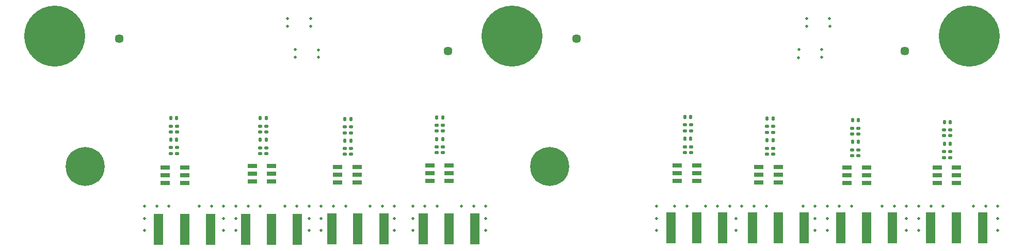
<source format=gbr>
%TF.GenerationSoftware,KiCad,Pcbnew,6.0.7-f9a2dced07~116~ubuntu22.04.1*%
%TF.CreationDate,2022-08-01T15:08:56-07:00*%
%TF.ProjectId,RFSoC_Frontend,5246536f-435f-4467-926f-6e74656e642e,rev?*%
%TF.SameCoordinates,Original*%
%TF.FileFunction,Soldermask,Top*%
%TF.FilePolarity,Negative*%
%FSLAX46Y46*%
G04 Gerber Fmt 4.6, Leading zero omitted, Abs format (unit mm)*
G04 Created by KiCad (PCBNEW 6.0.7-f9a2dced07~116~ubuntu22.04.1) date 2022-08-01 15:08:56*
%MOMM*%
%LPD*%
G01*
G04 APERTURE LIST*
G04 Aperture macros list*
%AMRoundRect*
0 Rectangle with rounded corners*
0 $1 Rounding radius*
0 $2 $3 $4 $5 $6 $7 $8 $9 X,Y pos of 4 corners*
0 Add a 4 corners polygon primitive as box body*
4,1,4,$2,$3,$4,$5,$6,$7,$8,$9,$2,$3,0*
0 Add four circle primitives for the rounded corners*
1,1,$1+$1,$2,$3*
1,1,$1+$1,$4,$5*
1,1,$1+$1,$6,$7*
1,1,$1+$1,$8,$9*
0 Add four rect primitives between the rounded corners*
20,1,$1+$1,$2,$3,$4,$5,0*
20,1,$1+$1,$4,$5,$6,$7,0*
20,1,$1+$1,$6,$7,$8,$9,0*
20,1,$1+$1,$8,$9,$2,$3,0*%
G04 Aperture macros list end*
%ADD10RoundRect,0.147500X0.172500X-0.147500X0.172500X0.147500X-0.172500X0.147500X-0.172500X-0.147500X0*%
%ADD11R,1.500000X5.080000*%
%ADD12RoundRect,0.147500X0.147500X0.172500X-0.147500X0.172500X-0.147500X-0.172500X0.147500X-0.172500X0*%
%ADD13RoundRect,0.147500X-0.147500X-0.172500X0.147500X-0.172500X0.147500X0.172500X-0.147500X0.172500X0*%
%ADD14R,1.650000X0.760000*%
%ADD15C,10.000000*%
%ADD16C,6.400000*%
%ADD17C,1.450000*%
%ADD18C,0.508000*%
G04 APERTURE END LIST*
D10*
%TO.C,C1*%
X231907684Y-99931752D03*
X231907684Y-98961752D03*
%TD*%
%TO.C,C2*%
X230891684Y-99931752D03*
X230891684Y-98961752D03*
%TD*%
%TO.C,C3*%
X216825684Y-99655752D03*
X216825684Y-98685752D03*
%TD*%
%TO.C,C4*%
X215809684Y-99655752D03*
X215809684Y-98685752D03*
%TD*%
%TO.C,C5*%
X189346284Y-99116352D03*
X189346284Y-98146352D03*
%TD*%
%TO.C,C6*%
X188330284Y-99116352D03*
X188330284Y-98146352D03*
%TD*%
%TO.C,C7*%
X202830284Y-99376352D03*
X202830284Y-98406352D03*
%TD*%
%TO.C,C8*%
X201814284Y-99376352D03*
X201814284Y-98406352D03*
%TD*%
%TO.C,C9*%
X133563984Y-99360552D03*
X133563984Y-98390552D03*
%TD*%
%TO.C,C10*%
X132547984Y-99360552D03*
X132547984Y-98390552D03*
%TD*%
%TO.C,C11*%
X105015184Y-99258952D03*
X105015184Y-98288952D03*
%TD*%
%TO.C,C12*%
X103999184Y-99258952D03*
X103999184Y-98288952D03*
%TD*%
%TO.C,C13*%
X119670184Y-99314952D03*
X119670184Y-98344952D03*
%TD*%
%TO.C,C14*%
X118654184Y-99314952D03*
X118654184Y-98344952D03*
%TD*%
%TO.C,C15*%
X148651584Y-99106552D03*
X148651584Y-98136552D03*
%TD*%
%TO.C,C16*%
X147635584Y-99106552D03*
X147635584Y-98136552D03*
%TD*%
D11*
%TO.C,J1*%
X232923684Y-111430052D03*
X228673684Y-111430052D03*
X237173684Y-111430052D03*
%TD*%
%TO.C,J2*%
X218159184Y-111430052D03*
X213909184Y-111430052D03*
X222409184Y-111430052D03*
%TD*%
%TO.C,J3*%
X190298784Y-111430052D03*
X186048784Y-111430052D03*
X194548784Y-111430052D03*
%TD*%
%TO.C,J4*%
X203655784Y-111430052D03*
X199405784Y-111430052D03*
X207905784Y-111430052D03*
%TD*%
%TO.C,J6*%
X134706984Y-111603552D03*
X138956984Y-111603552D03*
X130456984Y-111603552D03*
%TD*%
%TO.C,J7*%
X106272484Y-111755952D03*
X110522484Y-111755952D03*
X102022484Y-111755952D03*
%TD*%
%TO.C,J8*%
X120559184Y-111755952D03*
X124809184Y-111755952D03*
X116309184Y-111755952D03*
%TD*%
%TO.C,J5*%
X149667584Y-111603552D03*
X145417584Y-111603552D03*
X153917584Y-111603552D03*
%TD*%
D12*
%TO.C,R1*%
X231882684Y-94084752D03*
X230912684Y-94084752D03*
%TD*%
%TO.C,R2*%
X216804684Y-93808752D03*
X215834684Y-93808752D03*
%TD*%
%TO.C,R3*%
X189321284Y-93269352D03*
X188351284Y-93269352D03*
%TD*%
%TO.C,R4*%
X202809284Y-93529352D03*
X201839284Y-93529352D03*
%TD*%
D10*
%TO.C,R5*%
X231907684Y-96345752D03*
X231907684Y-95375752D03*
%TD*%
%TO.C,R6*%
X230891684Y-96345752D03*
X230891684Y-95375752D03*
%TD*%
%TO.C,R7*%
X216825684Y-96069752D03*
X216825684Y-95099752D03*
%TD*%
%TO.C,R8*%
X215809684Y-96069752D03*
X215809684Y-95099752D03*
%TD*%
%TO.C,R9*%
X189346284Y-95530352D03*
X189346284Y-94560352D03*
%TD*%
%TO.C,R10*%
X188330284Y-95530352D03*
X188330284Y-94560352D03*
%TD*%
%TO.C,R11*%
X202830284Y-95790352D03*
X202830284Y-94820352D03*
%TD*%
%TO.C,R12*%
X201814284Y-95790352D03*
X201814284Y-94820352D03*
%TD*%
D12*
%TO.C,R13*%
X231886684Y-97640752D03*
X230916684Y-97640752D03*
%TD*%
%TO.C,R14*%
X216800684Y-97364752D03*
X215830684Y-97364752D03*
%TD*%
%TO.C,R15*%
X189321284Y-96825352D03*
X188351284Y-96825352D03*
%TD*%
%TO.C,R16*%
X202805284Y-97085352D03*
X201835284Y-97085352D03*
%TD*%
D13*
%TO.C,R17*%
X132568984Y-97125552D03*
X133538984Y-97125552D03*
%TD*%
%TO.C,R18*%
X104024184Y-97023952D03*
X104994184Y-97023952D03*
%TD*%
%TO.C,R19*%
X118675184Y-97023952D03*
X119645184Y-97023952D03*
%TD*%
%TO.C,R20*%
X147656584Y-96871552D03*
X148626584Y-96871552D03*
%TD*%
D10*
%TO.C,R21*%
X133563984Y-95881352D03*
X133563984Y-94911352D03*
%TD*%
%TO.C,R22*%
X132547984Y-95881352D03*
X132547984Y-94911352D03*
%TD*%
%TO.C,R23*%
X105015184Y-95732952D03*
X105015184Y-94762952D03*
%TD*%
%TO.C,R24*%
X103999184Y-95732952D03*
X103999184Y-94762952D03*
%TD*%
%TO.C,R25*%
X119670184Y-95728952D03*
X119670184Y-94758952D03*
%TD*%
%TO.C,R26*%
X118654184Y-95728952D03*
X118654184Y-94758952D03*
%TD*%
%TO.C,R27*%
X148651584Y-95576552D03*
X148651584Y-94606552D03*
%TD*%
%TO.C,R28*%
X147635584Y-95576552D03*
X147635584Y-94606552D03*
%TD*%
D13*
%TO.C,R29*%
X132568984Y-93569552D03*
X133538984Y-93569552D03*
%TD*%
%TO.C,R30*%
X104020184Y-93467952D03*
X104990184Y-93467952D03*
%TD*%
%TO.C,R31*%
X118679184Y-93467952D03*
X119649184Y-93467952D03*
%TD*%
%TO.C,R32*%
X147656584Y-93315552D03*
X148626584Y-93315552D03*
%TD*%
D14*
%TO.C,U1*%
X229743684Y-104074052D03*
X229743684Y-102804052D03*
X229743684Y-101534052D03*
X232923684Y-101534052D03*
X232923684Y-102804052D03*
X232923684Y-104074052D03*
%TD*%
%TO.C,U2*%
X218159184Y-104074052D03*
X218159184Y-102804052D03*
X218159184Y-101534052D03*
X214979184Y-101534052D03*
X214979184Y-102804052D03*
X214979184Y-104074052D03*
%TD*%
%TO.C,U3*%
X187118777Y-103746853D03*
X187118777Y-102476853D03*
X187118777Y-101206853D03*
X190298777Y-101206853D03*
X190298777Y-102476853D03*
X190298777Y-103746853D03*
%TD*%
%TO.C,U4*%
X200475784Y-104006852D03*
X200475784Y-102736852D03*
X200475784Y-101466852D03*
X203655784Y-101466852D03*
X203655784Y-102736852D03*
X203655784Y-104006852D03*
%TD*%
%TO.C,U5*%
X131374584Y-104034352D03*
X131374584Y-102764352D03*
X131374584Y-101494352D03*
X134554584Y-101494352D03*
X134554584Y-102764352D03*
X134554584Y-104034352D03*
%TD*%
%TO.C,U6*%
X103092484Y-104110552D03*
X103092484Y-102840552D03*
X103092484Y-101570552D03*
X106272484Y-101570552D03*
X106272484Y-102840552D03*
X106272484Y-104110552D03*
%TD*%
%TO.C,U7*%
X117379184Y-103818452D03*
X117379184Y-102548452D03*
X117379184Y-101278452D03*
X120559184Y-101278452D03*
X120559184Y-102548452D03*
X120559184Y-103818452D03*
%TD*%
%TO.C,U8*%
X146487584Y-103780352D03*
X146487584Y-102510352D03*
X146487584Y-101240352D03*
X149667584Y-101240352D03*
X149667584Y-102510352D03*
X149667584Y-103780352D03*
%TD*%
D15*
%TO.C,e1*%
X160000000Y-80000000D03*
%TD*%
D16*
%TO.C,REF\u002A\u002A*%
X90004184Y-101430052D03*
%TD*%
%TO.C,REF\u002A\u002A*%
X166204184Y-101430052D03*
%TD*%
D15*
%TO.C,e*%
X235000000Y-80000000D03*
%TD*%
%TO.C,e2*%
X85000000Y-80000000D03*
%TD*%
D17*
%TO.C,J10*%
X149455026Y-82460052D03*
X95555026Y-80430052D03*
%TD*%
%TO.C,J9*%
X224454678Y-82460052D03*
X170554678Y-80430052D03*
%TD*%
D18*
X196699984Y-111904052D03*
X153699984Y-107904052D03*
X114699984Y-109904052D03*
X128699984Y-109904052D03*
X108699984Y-107904052D03*
X224699984Y-107904052D03*
X136699984Y-107904052D03*
X183699984Y-107904052D03*
X99699984Y-107904052D03*
X235699984Y-107904052D03*
X193699984Y-107904052D03*
X140699984Y-111904052D03*
X196699984Y-109904052D03*
X143699984Y-111904052D03*
X151699984Y-107904052D03*
X147699984Y-107904052D03*
X215699984Y-107904052D03*
X128699984Y-107904052D03*
X124699984Y-107904052D03*
X114699984Y-107904052D03*
X130699984Y-107904052D03*
X188699984Y-107904052D03*
X209699984Y-107904052D03*
X155699984Y-111904052D03*
X99699984Y-111904052D03*
X195699984Y-107904052D03*
X183699984Y-111904052D03*
X197699984Y-107904052D03*
X191699984Y-107904052D03*
X140699984Y-107904052D03*
X239699984Y-109904052D03*
X186699984Y-107904052D03*
X143699984Y-107904052D03*
X226699984Y-111904052D03*
X155699984Y-109904052D03*
X239699984Y-111904052D03*
X112699984Y-109904052D03*
X211699984Y-109904052D03*
X116699984Y-107904052D03*
X101699984Y-107904052D03*
X209699984Y-109904052D03*
X211699984Y-107904052D03*
X128699984Y-111904052D03*
X201699984Y-107904052D03*
X145699984Y-107904052D03*
X114699984Y-111904052D03*
X220699984Y-107904052D03*
X143699984Y-109904052D03*
X138699984Y-107904052D03*
X213699984Y-107904052D03*
X140699984Y-109904052D03*
X237699984Y-107904052D03*
X126699984Y-109904052D03*
X224699984Y-109904052D03*
X224699984Y-111904052D03*
X118699984Y-107904052D03*
X112699984Y-107904052D03*
X155699984Y-107904052D03*
X122699984Y-107904052D03*
X230699984Y-107904052D03*
X226699984Y-109904052D03*
X222699984Y-107904052D03*
X99699984Y-109904052D03*
X110699984Y-107904052D03*
X132699984Y-107904052D03*
X112699984Y-111904052D03*
X126699984Y-107904052D03*
X239699984Y-107904052D03*
X207699984Y-107904052D03*
X183699984Y-109904052D03*
X211699984Y-111904052D03*
X209699984Y-111904052D03*
X103699984Y-107904052D03*
X228699984Y-107904052D03*
X226699984Y-107904052D03*
X199699984Y-107904052D03*
X126699984Y-111904052D03*
X212126936Y-78404052D03*
X212099984Y-77104052D03*
X210799984Y-83404052D03*
X210799984Y-82204052D03*
X208295784Y-77104052D03*
X208299984Y-78404052D03*
X207021536Y-82204052D03*
X206999984Y-83504052D03*
X128224600Y-82235200D03*
X128224600Y-83479800D03*
X123144600Y-78399800D03*
X123144600Y-77129800D03*
X124399984Y-83404052D03*
X124414600Y-82209800D03*
X126954600Y-77129800D03*
X126954600Y-78399800D03*
M02*

</source>
